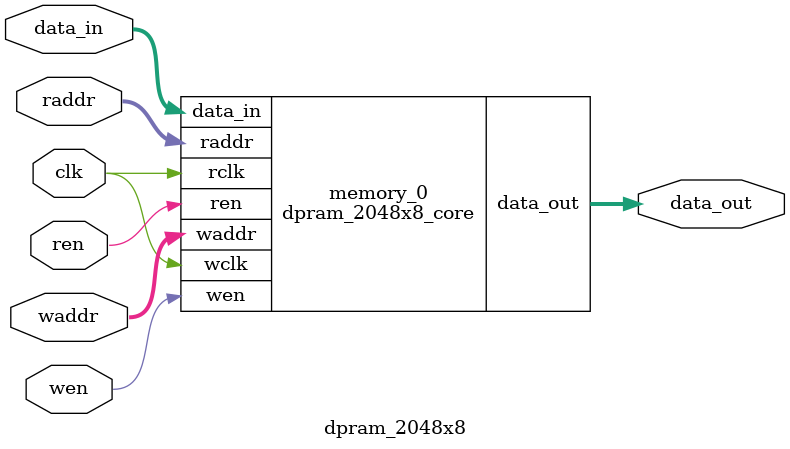
<source format=v>
module dpram_2048x8_core (
  input wclk,
  input wen,
  input [0:10] waddr,
  input [0:7] data_in,
  input rclk,
  input ren,
  input [0:10] raddr,
  output [0:7] data_out );

  reg [0:7] ram[0:2047];
  reg [0:7] internal;

  assign data_out = internal;

  always @(posedge wclk) begin
    if(wen) begin
      ram[waddr] <= data_in;
    end
  end

  always @(posedge rclk) begin
    if(ren) begin
      internal <= ram[raddr];
    end
  end

endmodule

//-----------------------------
// Dual-port RAM 2048x8 bit (8Kbit) wrapper
// where the read clock and write clock
// are combined to a unified clock
//-----------------------------
module dpram_2048x8 (
  input clk,
  input wen,
  input ren,
  input [0:10] waddr,
  input [0:10] raddr,
  input [0:7] data_in,
  output [0:7] data_out );

    dpram_2048x8_core memory_0 (
      .wclk    (clk),
      .wen    (wen),
      .waddr    (waddr),
      .data_in  (data_in),
      .rclk    (clk),
      .ren    (ren),
      .raddr    (raddr),
      .data_out    (data_out) );

endmodule

</source>
